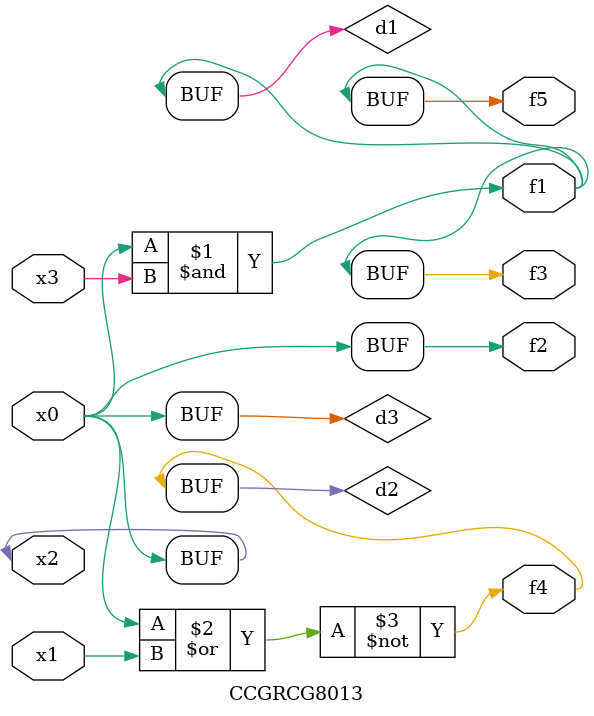
<source format=v>
module CCGRCG8013(
	input x0, x1, x2, x3,
	output f1, f2, f3, f4, f5
);

	wire d1, d2, d3;

	and (d1, x2, x3);
	nor (d2, x0, x1);
	buf (d3, x0, x2);
	assign f1 = d1;
	assign f2 = d3;
	assign f3 = d1;
	assign f4 = d2;
	assign f5 = d1;
endmodule

</source>
